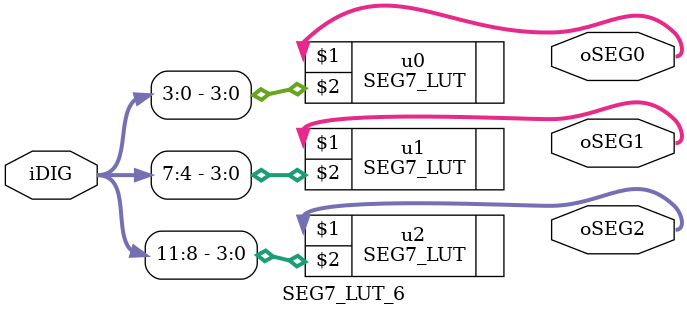
<source format=v>
module SEG7_LUT_6 (oSEG0, oSEG1, oSEG2, iDIG );
	
	input	   [11:0] iDIG;					// Switches Input
	output	[6:0]	 oSEG0,oSEG1,oSEG2;	// Output to 7-Segment Displays

	// Converts switches input to hexadecimal by splitting into 4 bits each for 1 segment
	SEG7_LUT	u0	(oSEG0,iDIG[3:0]);
	SEG7_LUT	u1	(oSEG1,iDIG[7:4]);
	SEG7_LUT	u2	(oSEG2,iDIG[11:8]);

endmodule
</source>
